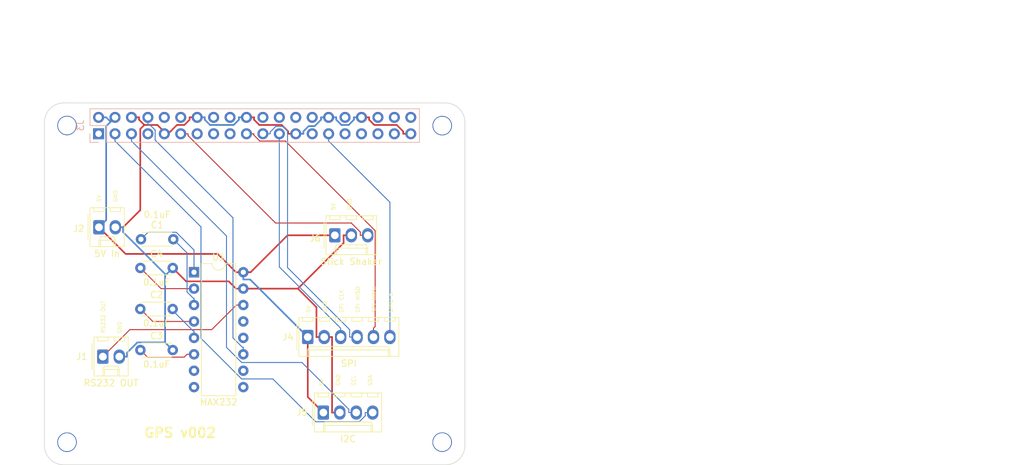
<source format=kicad_pcb>
(kicad_pcb (version 20211014) (generator pcbnew)
  (layers (0 "F.Cu" signal) (31 "B.Cu" signal) (34 "B.Paste" user) (35 "F.Paste" user) (36 "B.SilkS" user "B.Silkscreen") (37 "F.SilkS" user "F.Silkscreen") (38 "B.Mask" user) (39 "F.Mask" user) (44 "Edge.Cuts" user))
  (net 0 "")
  (net 1 "GND")
  (net 2 "/ID_SD_EEPROM")
  (net 3 "/ID_SC_EEPROM")
  (net 4 "/P3V3_HAT")
  (net 5 "/P5V_HAT")
  (net 6 "Net-(C1-Pad2)")
  (net 7 "Net-(C1-Pad1)")
  (net 8 "Net-(C2-Pad2)")
  (net 9 "Net-(C2-Pad1)")
  (net 10 "/SDA1")
  (net 11 "/SCL1")
  (net 14 "/GPIO_GEN0")
  (net 21 "/SPI_MOSI")
  (net 22 "/SPI_MISO")
  (net 24 "/SPI_CLK")
  (net 27 "/GPIO5")
  (net 38 "Net-(C3-Pad1)")
  (net 42 "Net-(C4-Pad1)")
  (net 44 "Net-(J1-Pad1)")
  (net 45 "/SERIAL_TX")
  (footprint "project_footprints:NPTH_3mm_ID" (layer "F.Cu") (at 82.04 64.31)
    (fp_text reference "H1" (at 0.06 0.09) (layer "F.SilkS"))
    (fp_text value "3mm_Mounting_Hole" hide)
    (pad "" np_thru_hole circle locked (at 0 0) (size 3 3) (drill 2.75) (layers *.Cu *.Mask) (clearance 1.6))
  )
  (footprint "project_footprints:NPTH_3mm_ID" (layer "F.Cu") (at 140.04 64.33)
    (fp_text reference "H2" (at 0.06 0.09) (layer "F.SilkS"))
    (fp_text value "3mm_Mounting_Hole" hide)
    (pad "" np_thru_hole circle locked (at 0 0) (size 3 3) (drill 2.75) (layers *.Cu *.Mask) (clearance 1.6))
  )
  (footprint "project_footprints:NPTH_3mm_ID" (layer "F.Cu") (at 82.04 113.32)
    (fp_text reference "H3" (at 0.06 0.09) (layer "F.SilkS"))
    (fp_text value "3mm_Mounting_Hole" hide)
    (pad "" np_thru_hole circle locked (at 0 0) (size 3 3) (drill 2.75) (layers *.Cu *.Mask) (clearance 1.6))
  )
  (footprint "project_footprints:NPTH_3mm_ID" (layer "F.Cu") (at 140.03 113.31)
    (fp_text reference "H4" (at 0.06 0.09) (layer "F.SilkS"))
    (fp_text value "3mm_Mounting_Hole" hide)
    (pad "" np_thru_hole circle locked (at 0 0) (size 3 3) (drill 2.75) (layers *.Cu *.Mask) (clearance 1.6))
  )
  (footprint "Capacitor_THT:C_Disc_D4.3mm_W1.9mm_P5.00mm" (layer "F.Cu") (at 93.472 81.915)
    (fp_text reference "C1" (at 2.5 -2.2) (layer "F.SilkS"))
    (fp_text value "0.1uF" (at 2.5 -3.81) (layer "F.SilkS"))
    (fp_line (start 0.23 1.055) (end 0.23 1.07) (layer "F.SilkS") (width 0.12))
    (fp_line (start 4.77 -1.07) (end 4.77 -1.055) (layer "F.SilkS") (width 0.12))
    (fp_line (start 0.23 -1.07) (end 4.77 -1.07) (layer "F.SilkS") (width 0.12))
    (fp_line (start 4.77 1.055) (end 4.77 1.07) (layer "F.SilkS") (width 0.12))
    (fp_line (start 0.23 -1.07) (end 0.23 -1.055) (layer "F.SilkS") (width 0.12))
    (fp_line (start 0.23 1.07) (end 4.77 1.07) (layer "F.SilkS") (width 0.12))
    (pad "1" thru_hole circle locked (at 0 0) (size 1.6 1.6) (drill 0.8) (layers *.Cu *.Mask) (net 7 "Net-(C1-Pad1)"))
    (pad "2" thru_hole circle locked (at 5 0) (size 1.6 1.6) (drill 0.8) (layers *.Cu *.Mask) (net 6 "Net-(C1-Pad2)"))
  )
  (footprint "Package_DIP:DIP-16_W7.62mm" (layer "F.Cu") (at 101.671 87.0148)
    (fp_text reference "U1" (at 3.81 -2.33) (layer "F.SilkS"))
    (fp_text value "MAX232" (at 3.81 20.11) (layer "F.SilkS"))
    (fp_line (start 6.46 -1.33) (end 4.81 -1.33) (layer "F.SilkS") (width 0.12))
    (fp_line (start 6.46 19.11) (end 6.46 -1.33) (layer "F.SilkS") (width 0.12))
    (fp_line (start 1.16 -1.33) (end 1.16 19.11) (layer "F.SilkS") (width 0.12))
    (fp_line (start 1.16 19.11) (end 6.46 19.11) (layer "F.SilkS") (width 0.12))
    (fp_line (start 2.81 -1.33) (end 1.16 -1.33) (layer "F.SilkS") (width 0.12))
    (fp_arc (start 4.81 -1.33) (mid 3.81 -0.33) (end 2.81 -1.33) (layer "F.SilkS") (width 0.12))
    (pad "1" thru_hole rect locked (at 0 0) (size 1.6 1.6) (drill 0.8) (layers *.Cu *.Mask) (net 7 "Net-(C1-Pad1)"))
    (pad "2" thru_hole oval locked (at 0 2.54) (size 1.6 1.6) (drill 0.8) (layers *.Cu *.Mask) (net 42 "Net-(C4-Pad1)"))
    (pad "3" thru_hole oval locked (at 0 5.08) (size 1.6 1.6) (drill 0.8) (layers *.Cu *.Mask) (net 6 "Net-(C1-Pad2)"))
    (pad "4" thru_hole oval locked (at 0 7.62) (size 1.6 1.6) (drill 0.8) (layers *.Cu *.Mask) (net 9 "Net-(C2-Pad1)"))
    (pad "5" thru_hole oval locked (at 0 10.16) (size 1.6 1.6) (drill 0.8) (layers *.Cu *.Mask) (net 8 "Net-(C2-Pad2)"))
    (pad "6" thru_hole oval locked (at 0 12.7) (size 1.6 1.6) (drill 0.8) (layers *.Cu *.Mask) (net 38 "Net-(C3-Pad1)"))
    (pad "7" thru_hole oval locked (at 0 15.24) (size 1.6 1.6) (drill 0.8) (layers *.Cu *.Mask))
    (pad "8" thru_hole oval locked (at 0 17.78) (size 1.6 1.6) (drill 0.8) (layers *.Cu *.Mask))
    (pad "9" thru_hole oval locked (at 7.62 17.78) (size 1.6 1.6) (drill 0.8) (layers *.Cu *.Mask))
    (pad "10" thru_hole oval locked (at 7.62 15.24) (size 1.6 1.6) (drill 0.8) (layers *.Cu *.Mask))
    (pad "11" thru_hole oval locked (at 7.62 12.7) (size 1.6 1.6) (drill 0.8) (layers *.Cu *.Mask) (net 45 "/SERIAL_TX"))
    (pad "12" thru_hole oval locked (at 7.62 10.16) (size 1.6 1.6) (drill 0.8) (layers *.Cu *.Mask))
    (pad "13" thru_hole oval locked (at 7.62 7.62) (size 1.6 1.6) (drill 0.8) (layers *.Cu *.Mask))
    (pad "14" thru_hole oval locked (at 7.62 5.08) (size 1.6 1.6) (drill 0.8) (layers *.Cu *.Mask) (net 44 "Net-(J1-Pad1)"))
    (pad "15" thru_hole oval locked (at 7.62 2.54) (size 1.6 1.6) (drill 0.8) (layers *.Cu *.Mask) (net 1 "GND"))
    (pad "16" thru_hole oval locked (at 7.62 0) (size 1.6 1.6) (drill 0.8) (layers *.Cu *.Mask) (net 5 "/P5V_HAT"))
  )
  (footprint "PT_Library_v001:Molex_1x02_P2.54mm_Vertical" (layer "F.Cu") (at 87.5792 100.076)
    (fp_text reference "J1" (at -3.2512 0) (layer "F.SilkS"))
    (fp_text value "RS232 OUT" (at 1.27 4.08) (layer "F.SilkS"))
    (fp_line (start -1.67 -2) (end -1.67 2) (layer "F.SilkS") (width 0.12))
    (fp_line (start 0.8 -2.43) (end 0.8 -3.03) (layer "F.SilkS") (width 0.12))
    (fp_line (start 1.74 -2.43) (end 3.34 -2.43) (layer "F.SilkS") (width 0.12))
    (fp_line (start 1.74 -3.03) (end 1.74 -2.43) (layer "F.SilkS") (width 0.12))
    (fp_line (start 3.92 2.99) (end 3.92 -3.03) (layer "F.SilkS") (width 0.12))
    (fp_line (start 0.25 1.46) (end 2.29 1.46) (layer "F.SilkS") (width 0.12))
    (fp_line (start 0.25 2.99) (end 0.25 1.99) (layer "F.SilkS") (width 0.12))
    (fp_line (start -0.8 -3.03) (end -0.8 -2.43) (layer "F.SilkS") (width 0.12))
    (fp_line (start -1.38 -3.03) (end -1.38 2.99) (layer "F.SilkS") (width 0.12))
    (fp_line (start 2.29 2.99) (end 2.29 1.99) (layer "F.SilkS") (width 0.12))
    (fp_line (start 2.29 1.46) (end 2.54 1.99) (layer "F.SilkS") (width 0.12))
    (fp_line (start 0 2.99) (end 0 1.99) (layer "F.SilkS") (width 0.12))
    (fp_line (start 2.54 1.99) (end 2.54 2.99) (layer "F.SilkS") (width 0.12))
    (fp_line (start 3.92 -3.03) (end -1.38 -3.03) (layer "F.SilkS") (width 0.12))
    (fp_line (start -1.38 2.99) (end 3.92 2.99) (layer "F.SilkS") (width 0.12))
    (fp_line (start 0 1.99) (end 2.54 1.99) (layer "F.SilkS") (width 0.12))
    (fp_line (start 3.34 -2.43) (end 3.34 -3.03) (layer "F.SilkS") (width 0.12))
    (fp_line (start 0 1.99) (end 0.25 1.46) (layer "F.SilkS") (width 0.12))
    (fp_line (start -0.8 -2.43) (end 0.8 -2.43) (layer "F.SilkS") (width 0.12))
    (pad "1" thru_hole roundrect locked (at 0 0) (size 1.74 2.2) (drill 1.2) (layers *.Cu *.Mask) (roundrect_rratio 0.1436781609) (net 44 "Net-(J1-Pad1)"))
    (pad "2" thru_hole oval locked (at 2.54 0) (size 1.74 2.2) (drill 1.2) (layers *.Cu *.Mask) (net 1 "GND"))
  )
  (footprint "PT_Library_v001:Molex_1x02_P2.54mm_Vertical" (layer "F.Cu") (at 86.9696 80.0608)
    (fp_text reference "J2" (at -3.1496 0.2032) (layer "F.SilkS"))
    (fp_text value "5V In" (at 1.27 4.08) (layer "F.SilkS"))
    (fp_line (start 0.25 1.46) (end 2.29 1.46) (layer "F.SilkS") (width 0.12))
    (fp_line (start 3.92 2.99) (end 3.92 -3.03) (layer "F.SilkS") (width 0.12))
    (fp_line (start 2.29 1.46) (end 2.54 1.99) (layer "F.SilkS") (width 0.12))
    (fp_line (start 0 1.99) (end 2.54 1.99) (layer "F.SilkS") (width 0.12))
    (fp_line (start 1.74 -2.43) (end 3.34 -2.43) (layer "F.SilkS") (width 0.12))
    (fp_line (start -1.38 2.99) (end 3.92 2.99) (layer "F.SilkS") (width 0.12))
    (fp_line (start -0.8 -2.43) (end 0.8 -2.43) (layer "F.SilkS") (width 0.12))
    (fp_line (start 0 2.99) (end 0 1.99) (layer "F.SilkS") (width 0.12))
    (fp_line (start -1.38 -3.03) (end -1.38 2.99) (layer "F.SilkS") (width 0.12))
    (fp_line (start -0.8 -3.03) (end -0.8 -2.43) (layer "F.SilkS") (width 0.12))
    (fp_line (start 1.74 -3.03) (end 1.74 -2.43) (layer "F.SilkS") (width 0.12))
    (fp_line (start 2.29 2.99) (end 2.29 1.99) (layer "F.SilkS") (width 0.12))
    (fp_line (start 3.92 -3.03) (end -1.38 -3.03) (layer "F.SilkS") (width 0.12))
    (fp_line (start 0.25 2.99) (end 0.25 1.99) (layer "F.SilkS") (width 0.12))
    (fp_line (start 0 1.99) (end 0.25 1.46) (layer "F.SilkS") (width 0.12))
    (fp_line (start 0.8 -2.43) (end 0.8 -3.03) (layer "F.SilkS") (width 0.12))
    (fp_line (start 2.54 1.99) (end 2.54 2.99) (layer "F.SilkS") (width 0.12))
    (fp_line (start -1.67 -2) (end -1.67 2) (layer "F.SilkS") (width 0.12))
    (fp_line (start 3.34 -2.43) (end 3.34 -3.03) (layer "F.SilkS") (width 0.12))
    (pad "1" thru_hole roundrect locked (at 0 0) (size 1.74 2.2) (drill 1.2) (layers *.Cu *.Mask) (roundrect_rratio 0.1436781609) (net 5 "/P5V_HAT"))
    (pad "2" thru_hole oval locked (at 2.54 0) (size 1.74 2.2) (drill 1.2) (layers *.Cu *.Mask) (net 1 "GND"))
  )
  (footprint "Capacitor_THT:C_Disc_D4.3mm_W1.9mm_P5.00mm" (layer "F.Cu") (at 93.3704 92.71)
    (fp_text reference "C2" (at 2.5 -2.2) (layer "F.SilkS"))
    (fp_text value "0.1uF" (at 2.5 2.2) (layer "F.SilkS"))
    (fp_line (start 0.23 1.055) (end 0.23 1.07) (layer "F.SilkS") (width 0.12))
    (fp_line (start 0.23 -1.07) (end 0.23 -1.055) (layer "F.SilkS") (width 0.12))
    (fp_line (start 0.23 1.07) (end 4.77 1.07) (layer "F.SilkS") (width 0.12))
    (fp_line (start 0.23 -1.07) (end 4.77 -1.07) (layer "F.SilkS") (width 0.12))
    (fp_line (start 4.77 1.055) (end 4.77 1.07) (layer "F.SilkS") (width 0.12))
    (fp_line (start 4.77 -1.07) (end 4.77 -1.055) (layer "F.SilkS") (width 0.12))
    (pad "1" thru_hole circle locked (at 0 0) (size 1.6 1.6) (drill 0.8) (layers *.Cu *.Mask) (net 9 "Net-(C2-Pad1)"))
    (pad "2" thru_hole circle locked (at 5 0) (size 1.6 1.6) (drill 0.8) (layers *.Cu *.Mask) (net 8 "Net-(C2-Pad2)"))
  )
  (footprint "Connector_Molex:Molex_KK-254_AE-6410-04A_1x04_P2.54mm_Vertical" (layer "F.Cu") (at 121.666 108.732)
    (fp_text reference "J5" (at -3.302 -0.02) (layer "F.SilkS"))
    (fp_text value "I2C" (at 3.81 4.08) (layer "F.SilkS"))
    (fp_line (start -0.8 -2.43) (end 0.8 -2.43) (layer "F.SilkS") (width 0.12))
    (fp_line (start 7.37 2.99) (end 7.37 1.99) (layer "F.SilkS") (width 0.12))
    (fp_line (start 6.82 -2.43) (end 8.42 -2.43) (layer "F.SilkS") (width 0.12))
    (fp_line (start 0.8 -2.43) (end 0.8 -3.03) (layer "F.SilkS") (width 0.12))
    (fp_line (start 5.88 -2.43) (end 5.88 -3.03) (layer "F.SilkS") (width 0.12))
    (fp_line (start 0 1.99) (end 7.62 1.99) (layer "F.SilkS") (width 0.12))
    (fp_line (start 1.74 -3.03) (end 1.74 -2.43) (layer "F.SilkS") (width 0.12))
    (fp_line (start 0 2.99) (end 0 1.99) (layer "F.SilkS") (width 0.12))
    (fp_line (start 9 2.99) (end 9 -3.03) (layer "F.SilkS") (width 0.12))
    (fp_line (start 0.25 2.99) (end 0.25 1.99) (layer "F.SilkS") (width 0.12))
    (fp_line (start 0.25 1.46) (end 7.37 1.46) (layer "F.SilkS") (width 0.12))
    (fp_line (start 4.28 -2.43) (end 5.88 -2.43) (layer "F.SilkS") (width 0.12))
    (fp_line (start 4.28 -3.03) (end 4.28 -2.43) (layer "F.SilkS") (width 0.12))
    (fp_line (start -1.38 2.99) (end 9 2.99) (layer "F.SilkS") (width 0.12))
    (fp_line (start 6.82 -3.03) (end 6.82 -2.43) (layer "F.SilkS") (width 0.12))
    (fp_line (start -1.38 -3.03) (end -1.38 2.99) (layer "F.SilkS") (width 0.12))
    (fp_line (start 8.42 -2.43) (end 8.42 -3.03) (layer "F.SilkS") (width 0.12))
    (fp_line (start 3.34 -2.43) (end 3.34 -3.03) (layer "F.SilkS") (width 0.12))
    (fp_line (start 0 1.99) (end 0.25 1.46) (layer "F.SilkS") (width 0.12))
    (fp_line (start -0.8 -3.03) (end -0.8 -2.43) (layer "F.SilkS") (width 0.12))
    (fp_line (start 1.74 -2.43) (end 3.34 -2.43) (layer "F.SilkS") (width 0.12))
    (fp_line (start 7.62 1.99) (end 7.62 2.99) (layer "F.SilkS") (width 0.12))
    (fp_line (start 7.37 1.46) (end 7.62 1.99) (layer "F.SilkS") (width 0.12))
    (fp_line (start 9 -3.03) (end -1.38 -3.03) (layer "F.SilkS") (width 0.12))
    (fp_line (start -1.67 -2) (end -1.67 2) (layer "F.SilkS") (width 0.12))
    (pad "1" thru_hole roundrect (at 0 0) (size 1.74 2.19) (drill 1.19) (layers *.Cu *.Mask) (roundrect_rratio 0.1436781609) (net 5 "/P5V_HAT"))
    (pad "2" thru_hole oval (at 2.54 0) (size 1.74 2.19) (drill 1.19) (layers *.Cu *.Mask) (net 1 "GND"))
    (pad "3" thru_hole oval (at 5.08 0) (size 1.74 2.19) (drill 1.19) (layers *.Cu *.Mask) (net 11 "/SCL1"))
    (pad "4" thru_hole oval (at 7.62 0) (size 1.74 2.19) (drill 1.19) (layers *.Cu *.Mask) (net 10 "/SDA1"))
  )
  (footprint "Connector_Molex:Molex_KK-254_AE-6410-03A_1x03_P2.54mm_Vertical" (layer "F.Cu") (at 123.444 81.3)
    (fp_text reference "J6" (at -3.048 0.488) (layer "F.SilkS"))
    (fp_text value "Stick Shaker" (at 2.54 4.08) (layer "F.SilkS"))
    (fp_line (start 4.28 -2.43) (end 5.88 -2.43) (layer "F.SilkS") (width 0.12))
    (fp_line (start 0 1.99) (end 5.08 1.99) (layer "F.SilkS") (width 0.12))
    (fp_line (start 6.46 2.99) (end 6.46 -3.03) (layer "F.SilkS") (width 0.12))
    (fp_line (start 4.83 2.99) (end 4.83 1.99) (layer "F.SilkS") (width 0.12))
    (fp_line (start -1.38 -3.03) (end -1.38 2.99) (layer "F.SilkS") (width 0.12))
    (fp_line (start 0.25 2.99) (end 0.25 1.99) (layer "F.SilkS") (width 0.12))
    (fp_line (start 0.25 1.46) (end 4.83 1.46) (layer "F.SilkS") (width 0.12))
    (fp_line (start 1.74 -3.03) (end 1.74 -2.43) (layer "F.SilkS") (width 0.12))
    (fp_line (start 6.46 -3.03) (end -1.38 -3.03) (layer "F.SilkS") (width 0.12))
    (fp_line (start 0.8 -2.43) (end 0.8 -3.03) (layer "F.SilkS") (width 0.12))
    (fp_line (start -0.8 -2.43) (end 0.8 -2.43) (layer "F.SilkS") (width 0.12))
    (fp_line (start 3.34 -2.43) (end 3.34 -3.03) (layer "F.SilkS") (width 0.12))
    (fp_line (start 5.08 1.99) (end 5.08 2.99) (layer "F.SilkS") (width 0.12))
    (fp_line (start 0 2.99) (end 0 1.99) (layer "F.SilkS") (width 0.12))
    (fp_line (start -1.67 -2) (end -1.67 2) (layer "F.SilkS") (width 0.12))
    (fp_line (start 4.83 1.46) (end 5.08 1.99) (layer "F.SilkS") (width 0.12))
    (fp_line (start 4.28 -3.03) (end 4.28 -2.43) (layer "F.SilkS") (width 0.12))
    (fp_line (start 0 1.99) (end 0.25 1.46) (layer "F.SilkS") (width 0.12))
    (fp_line (start -1.38 2.99) (end 6.46 2.99) (layer "F.SilkS") (width 0.12))
    (fp_line (start -0.8 -3.03) (end -0.8 -2.43) (layer "F.SilkS") (width 0.12))
    (fp_line (start 1.74 -2.43) (end 3.34 -2.43) (layer "F.SilkS") (width 0.12))
    (fp_line (start 5.88 -2.43) (end 5.88 -3.03) (layer "F.SilkS") (width 0.12))
    (pad "1" thru_hole roundrect (at 0 0) (size 1.74 2.19) (drill 1.19) (layers *.Cu *.Mask) (roundrect_rratio 0.1436781609) (net 5 "/P5V_HAT"))
    (pad "2" thru_hole oval (at 2.54 0) (size 1.74 2.19) (drill 1.19) (layers *.Cu *.Mask) (net 1 "GND"))
    (pad "3" thru_hole oval (at 5.08 0) (size 1.74 2.19) (drill 1.19) (layers *.Cu *.Mask) (net 14 "/GPIO_GEN0"))
  )
  (footprint "Capacitor_THT:C_Disc_D4.3mm_W1.9mm_P5.00mm" (layer "F.Cu") (at 93.385 86.36)
    (fp_text reference "C4" (at 2.5 -2.2) (layer "F.SilkS"))
    (fp_text value "0.1uF" (at 2.5 2.2) (layer "F.SilkS"))
    (fp_line (start 4.77 1.055) (end 4.77 1.07) (layer "F.SilkS") (width 0.12))
    (fp_line (start 0.23 -1.07) (end 4.77 -1.07) (layer "F.SilkS") (width 0.12))
    (fp_line (start 0.23 1.07) (end 4.77 1.07) (layer "F.SilkS") (width 0.12))
    (fp_line (start 0.23 1.055) (end 0.23 1.07) (layer "F.SilkS") (width 0.12))
    (fp_line (start 4.77 -1.07) (end 4.77 -1.055) (layer "F.SilkS") (width 0.12))
    (fp_line (start 0.23 -1.07) (end 0.23 -1.055) (layer "F.SilkS") (width 0.12))
    (pad "1" thru_hole circle (at 0 0) (size 1.6 1.6) (drill 0.8) (layers *.Cu *.Mask) (net 42 "Net-(C4-Pad1)"))
    (pad "2" thru_hole circle (at 5 0) (size 1.6 1.6) (drill 0.8) (layers *.Cu *.Mask) (net 1 "GND"))
  )
  (footprint "Capacitor_THT:C_Disc_D4.3mm_W1.9mm_P5.00mm" (layer "F.Cu") (at 93.385 99.06)
    (fp_text reference "C3" (at 2.5 -2.2) (layer "F.SilkS"))
    (fp_text value "0.1uF" (at 2.5 2.2) (layer "F.SilkS"))
    (fp_line (start 0.23 1.07) (end 4.77 1.07) (layer "F.SilkS") (width 0.12))
    (fp_line (start 4.77 -1.07) (end 4.77 -1.055) (layer "F.SilkS") (width 0.12))
    (fp_line (start 0.23 -1.07) (end 0.23 -1.055) (layer "F.SilkS") (width 0.12))
    (fp_line (start 0.23 -1.07) (end 4.77 -1.07) (layer "F.SilkS") (width 0.12))
    (fp_line (start 4.77 1.055) (end 4.77 1.07) (layer "F.SilkS") (width 0.12))
    (fp_line (start 0.23 1.055) (end 0.23 1.07) (layer "F.SilkS") (width 0.12))
    (pad "1" thru_hole circle (at 0 0) (size 1.6 1.6) (drill 0.8) (layers *.Cu *.Mask) (net 38 "Net-(C3-Pad1)"))
    (pad "2" thru_hole circle (at 5 0) (size 1.6 1.6) (drill 0.8) (layers *.Cu *.Mask) (net 1 "GND"))
  )
  (footprint "Connector_Molex:Molex_KK-254_AE-6410-06A_1x06_P2.54mm_Vertical" (layer "F.Cu") (at 119.253 97.048)
    (fp_text reference "J4" (at -3.048 0) (layer "F.SilkS"))
    (fp_text value "SPI" (at 6.35 4.08) (layer "F.SilkS"))
    (fp_line (start 8.42 -2.43) (end 8.42 -3.03) (layer "F.SilkS") (width 0.12))
    (fp_line (start 1.74 -3.03) (end 1.74 -2.43) (layer "F.SilkS") (width 0.12))
    (fp_line (start 10.96 -2.43) (end 10.96 -3.03) (layer "F.SilkS") (width 0.12))
    (fp_line (start 4.28 -3.03) (end 4.28 -2.43) (layer "F.SilkS") (width 0.12))
    (fp_line (start 0.25 2.99) (end 0.25 1.99) (layer "F.SilkS") (width 0.12))
    (fp_line (start 12.45 1.46) (end 12.7 1.99) (layer "F.SilkS") (width 0.12))
    (fp_line (start 6.82 -3.03) (end 6.82 -2.43) (layer "F.SilkS") (width 0.12))
    (fp_line (start 14.08 -3.03) (end -1.38 -3.03) (layer "F.SilkS") (width 0.12))
    (fp_line (start 6.82 -2.43) (end 8.42 -2.43) (layer "F.SilkS") (width 0.12))
    (fp_line (start 0 1.99) (end 0.25 1.46) (layer "F.SilkS") (width 0.12))
    (fp_line (start 0 2.99) (end 0 1.99) (layer "F.SilkS") (width 0.12))
    (fp_line (start -0.8 -2.43) (end 0.8 -2.43) (layer "F.SilkS") (width 0.12))
    (fp_line (start 0 1.99) (end 12.7 1.99) (layer "F.SilkS") (width 0.12))
    (fp_line (start -0.8 -3.03) (end -0.8 -2.43) (layer "F.SilkS") (width 0.12))
    (fp_line (start 12.45 2.99) (end 12.45 1.99) (layer "F.SilkS") (width 0.12))
    (fp_line (start 11.9 -2.43) (end 13.5 -2.43) (layer "F.SilkS") (width 0.12))
    (fp_line (start 9.36 -2.43) (end 10.96 -2.43) (layer "F.SilkS") (width 0.12))
    (fp_line (start 0.25 1.46) (end 12.45 1.46) (layer "F.SilkS") (width 0.12))
    (fp_line (start 11.9 -3.03) (end 11.9 -2.43) (layer "F.SilkS") (width 0.12))
    (fp_line (start -1.38 -3.03) (end -1.38 2.99) (layer "F.SilkS") (width 0.12))
    (fp_line (start 9.36 -3.03) (end 9.36 -2.43) (layer "F.SilkS") (width 0.12))
    (fp_line (start 13.5 -2.43) (end 13.5 -3.03) (layer "F.SilkS") (width 0.12))
    (fp_line (start 12.7 1.99) (end 12.7 2.99) (layer "F.SilkS") (width 0.12))
    (fp_line (start 1.74 -2.43) (end 3.34 -2.43) (layer "F.SilkS") (width 0.12))
    (fp_line (start 3.34 -2.43) (end 3.34 -3.03) (layer "F.SilkS") (width 0.12))
    (fp_line (start -1.67 -2) (end -1.67 2) (layer "F.SilkS") (width 0.12))
    (fp_line (start -1.38 2.99) (end 14.08 2.99) (layer "F.SilkS") (width 0.12))
    (fp_line (start 4.28 -2.43) (end 5.88 -2.43) (layer "F.SilkS") (width 0.12))
    (fp_line (start 5.88 -2.43) (end 5.88 -3.03) (layer "F.SilkS") (width 0.12))
    (fp_line (start 0.8 -2.43) (end 0.8 -3.03) (layer "F.SilkS") (width 0.12))
    (fp_line (start 14.08 2.99) (end 14.08 -3.03) (layer "F.SilkS") (width 0.12))
    (pad "1" thru_hole roundrect (at 0 0) (size 1.74 2.19) (drill 1.19) (layers *.Cu *.Mask) (roundrect_rratio 0.1436781609) (net 5 "/P5V_HAT"))
    (pad "2" thru_hole oval (at 2.54 0) (size 1.74 2.19) (drill 1.19) (layers *.Cu *.Mask) (net 1 "GND"))
    (pad "3" thru_hole oval (at 5.08 0) (size 1.74 2.19) (drill 1.19) (layers *.Cu *.Mask) (net 24 "/SPI_CLK"))
    (pad "4" thru_hole oval (at 7.62 0) (size 1.74 2.19) (drill 1.19) (layers *.Cu *.Mask) (net 22 "/SPI_MISO"))
    (pad "5" thru_hole oval (at 10.16 0) (size 1.74 2.19) (drill 1.19) (layers *.Cu *.Mask) (net 21 "/SPI_MOSI"))
    (pad "6" thru_hole oval (at 12.7 0) (size 1.74 2.19) (drill 1.19) (layers *.Cu *.Mask) (net 27 "/GPIO5"))
  )
  (footprint "Connector_PinSocket_2.54mm:PinSocket_2x20_P2.54mm_Vertical" (layer "B.Cu") (at 86.92 65.59 -90)
    (fp_text reference "J3" (at -1.27 2.77 -90) (layer "B.SilkS") (effects (justify mirror)))
    (fp_text value "40HAT")
    (fp_line (start -1.27 1.33) (end -1.27 -1.27) (layer "B.SilkS") (width 0.12))
    (fp_line (start -3.87 1.33) (end -1.27 1.33) (layer "B.SilkS") (width 0.12))
    (fp_line (start -1.27 -1.27) (end 1.33 -1.27) (layer "B.SilkS") (width 0.12))
    (fp_line (start 1.33 -1.27) (end 1.33 -49.59) (layer "B.SilkS") (width 0.12))
    (fp_line (start -3.87 1.33) (end -3.87 -49.59) (layer "B.SilkS") (width 0.12))
    (fp_line (start 1.33 1.33) (end 1.33 0) (layer "B.SilkS") (width 0.12))
    (fp_line (start 0 1.33) (end 1.33 1.33) (layer "B.SilkS") (width 0.12))
    (fp_line (start -3.87 -49.59) (end 1.33 -49.59) (layer "B.SilkS") (width 0.12))
    (pad "1" thru_hole rect locked (at 0 0 270) (size 1.7 1.7) (drill 1) (layers *.Cu *.Mask) (net 4 "/P3V3_HAT"))
    (pad "2" thru_hole oval locked (at -2.54 0 270) (size 1.7 1.7) (drill 1) (layers *.Cu *.Mask) (net 5 "/P5V_HAT"))
    (pad "3" thru_hole oval locked (at 0 -2.54 270) (size 1.7 1.7) (drill 1) (layers *.Cu *.Mask) (net 10 "/SDA1"))
    (pad "4" thru_hole oval locked (at -2.54 -2.54 270) (size 1.7 1.7) (drill 1) (layers *.Cu *.Mask) (net 5 "/P5V_HAT"))
    (pad "5" thru_hole oval locked (at 0 -5.08 270) (size 1.7 1.7) (drill 1) (layers *.Cu *.Mask) (net 11 "/SCL1"))
    (pad "6" thru_hole oval locked (at -2.54 -5.08 270) (size 1.7 1.7) (drill 1) (layers *.Cu *.Mask) (net 1 "GND"))
    (pad "7" thru_hole oval locked (at 0 -7.62 270) (size 1.7 1.7) (drill 1) (layers *.Cu *.Mask))
    (pad "8" thru_hole oval locked (at -2.54 -7.62 270) (size 1.7 1.7) (drill 1) (layers *.Cu *.Mask) (net 45 "/SERIAL_TX"))
    (pad "9" thru_hole oval locked (at 0 -10.16 270) (size 1.7 1.7) (drill 1) (layers *.Cu *.Mask) (net 1 "GND"))
    (pad "10" thru_hole oval locked (at -2.54 -10.16 270) (size 1.7 1.7) (drill 1) (layers *.Cu *.Mask))
    (pad "11" thru_hole oval locked (at 0 -12.7 270) (size 1.7 1.7) (drill 1) (layers *.Cu *.Mask) (net 14 "/GPIO_GEN0"))
    (pad "12" thru_hole oval locked (at -2.54 -12.7 270) (size 1.7 1.7) (drill 1) (layers *.Cu *.Mask))
    (pad "13" thru_hole oval locked (at 0 -15.24 270) (size 1.7 1.7) (drill 1) (layers *.Cu *.Mask))
    (pad "14" thru_hole oval locked (at -2.54 -15.24 270) (size 1.7 1.7) (drill 1) (layers *.Cu *.Mask) (net 1 "GND"))
    (pad "15" thru_hole oval locked (at 0 -17.78 270) (size 1.7 1.7) (drill 1) (layers *.Cu *.Mask))
    (pad "16" thru_hole oval locked (at -2.54 -17.78 270) (size 1.7 1.7) (drill 1) (layers *.Cu *.Mask))
    (pad "17" thru_hole oval locked (at 0 -20.32 270) (size 1.7 1.7) (drill 1) (layers *.Cu *.Mask))
    (pad "18" thru_hole oval locked (at -2.54 -20.32 270) (size 1.7 1.7) (drill 1) (layers *.Cu *.Mask))
    (pad "19" thru_hole oval locked (at 0 -22.86 270) (size 1.7 1.7) (drill 1) (layers *.Cu *.Mask) (net 21 "/SPI_MOSI"))
    (pad "20" thru_hole oval locked (at -2.54 -22.86 270) (size 1.7 1.7) (drill 1) (layers *.Cu *.Mask) (net 1 "GND"))
    (pad "21" thru_hole oval locked (at 0 -25.4 270) (size 1.7 1.7) (drill 1) (layers *.Cu *.Mask) (net 22 "/SPI_MISO"))
    (pad "22" thru_hole oval locked (at -2.54 -25.4 270) (size 1.7 1.7) (drill 1) (layers *.Cu *.Mask))
    (pad "23" thru_hole oval locked (at 0 -27.94 270) (size 1.7 1.7) (drill 1) (layers *.Cu *.Mask) (net 24 "/SPI_CLK"))
    (pad "24" thru_hole oval locked (at -2.54 -27.94 270) (size 1.7 1.7) (drill 1) (layers *.Cu *.Mask))
    (pad "25" thru_hole oval locked (at 0 -30.48 270) (size 1.7 1.7) (drill 1) (layers *.Cu *.Mask) (net 1 "GND"))
    (pad "26" thru_hole oval locked (at -2.54 -30.48 270) (size 1.7 1.7) (drill 1) (layers *.Cu *.Mask))
    (pad "27" thru_hole oval locked (at 0 -33.02 270) (size 1.7 1.7) (drill 1) (layers *.Cu *.Mask) (net 2 "/ID_SD_EEPROM"))
    (pad "28" thru_hole oval locked (at -2.54 -33.02 270) (size 1.7 1.7) (drill 1) (layers *.Cu *.Mask) (net 3 "/ID_SC_EEPROM"))
    (pad "29" thru_hole oval locked (at 0 -35.56 270) (size 1.7 1.7) (drill 1) (layers *.Cu *.Mask) (net 27 "/GPIO5"))
    (pad "30" thru_hole oval locked (at -2.54 -35.56 270) (size 1.7 1.7) (drill 1) (layers *.Cu *.Mask) (net 1 "GND"))
    (pad "31" thru_hole oval locked (at 0 -38.1 270) (size 1.7 1.7) (drill 1) (layers *.Cu *.Mask))
    (pad "32" thru_hole oval locked (at -2.54 -38.1 270) (size 1.7 1.7) (drill 1) (layers *.Cu *.Mask))
    (pad "33" thru_hole oval locked (at 0 -40.64 270) (size 1.7 1.7) (drill 1) (layers *.Cu *.Mask))
    (pad "34" thru_hole oval locked (at -2.54 -40.64 270) (size 1.7 1.7) (drill 1) (layers *.Cu *.Mask) (net 1 "GND"))
    (pad "35" thru_hole oval locked (at 0 -43.18 270) (size 1.7 1.7) (drill 1) (layers *.Cu *.Mask))
    (pad "36" thru_hole oval locked (at -2.54 -43.18 270) (size 1.7 1.7) (drill 1) (layers *.Cu *.Mask))
    (pad "37" thru_hole oval locked (at 0 -45.72 270) (size 1.7 1.7) (drill 1) (layers *.Cu *.Mask))
    (pad "38" thru_hole oval locked (at -2.54 -45.72 270) (size 1.7 1.7) (drill 1) (layers *.Cu *.Mask))
    (pad "39" thru_hole oval locked (at 0 -48.26 270) (size 1.7 1.7) (drill 1) (layers *.Cu *.Mask) (net 1 "GND"))
    (pad "40" thru_hole oval locked (at -2.54 -48.26 270) (size 1.7 1.7) (drill 1) (layers *.Cu *.Mask))
  )
  (gr_arc (start 143.546351 113.822847) (mid 142.665824 115.940781) (end 140.546356 116.817611) (layer "Edge.Cuts") (width 0.1))
  (gr_arc (start 81.546356 116.817611) (mid 79.425036 115.938931) (end 78.546356 113.817611) (layer "Edge.Cuts") (width 0.1))
  (gr_line (start 143.546351 113.822847) (end 143.546356 63.817611) (layer "Edge.Cuts") (width 0.1))
  (gr_line (start 81.546356 116.817611) (end 140.546356 116.817611) (layer "Edge.Cuts") (width 0.1))
  (gr_line (start 78.546356 63.817611) (end 78.546356 113.817611) (layer "Edge.Cuts") (width 0.1))
  (gr_line (start 140.546356 60.817611) (end 81.546356 60.817611) (layer "Edge.Cuts") (width 0.1))
  (gr_arc (start 140.546356 60.817611) (mid 142.667676 61.696291) (end 143.546356 63.817611) (layer "Edge.Cuts") (width 0.1))
  (gr_arc (start 78.546356 63.817611) (mid 79.425036 61.696291) (end 81.546356 60.817611) (layer "Edge.Cuts") (width 0.1))
  (gr_text "GPS v002" (at 99.5172 111.8616) (layer "F.SilkS") (effects (font (size 1.5 1.5) (thickness 0.3))))
  (gr_text "GND" (at 121.92 93.345 90) (layer "F.SilkS") (effects (font (size 0.6 0.6) (thickness 0.09)) (justify left)))
  (gr_text "GND" (at 123.952 104.648 90) (layer "F.SilkS") (effects (font (size 0.6 0.6) (thickness 0.09)) (justify left)))
  (gr_text "SPI CLK" (at 124.46 93.345 90) (layer "F.SilkS") (effects (font (size 0.6 0.6) (thickness 0.09)) (justify left)))
  (gr_text "SDA" (at 128.905 104.648 90) (layer "F.SilkS") (effects (font (size 0.6 0.6) (thickness 0.09)) (justify left)))
  (gr_text "GND" (at 90.17 96.52 90) (layer "F.SilkS") (effects (font (size 0.6 0.6) (thickness 0.09)) (justify left)))
  (gr_text "GND" (at 125.73 77.47 90) (layer "F.SilkS") (effects (font (size 0.6 0.6) (thickness 0.09)) (justify left)))
  (gr_text "SCL" (at 126.365 104.648 90) (layer "F.SilkS") (effects (font (size 0.6 0.6) (thickness 0.09)) (justify left)))
  (gr_text "5V" (at 123.19 77.47 90) (layer "F.SilkS") (effects (font (size 0.6 0.6) (thickness 0.09)) (justify left)))
  (gr_text "5V" (at 119.38 93.345 90) (layer "F.SilkS") (effects (font (size 0.6 0.6) (thickness 0.09)) (justify left)))
  (gr_text "5V" (at 121.412 104.648 90) (layer "F.SilkS") (effects (font (size 0.6 0.6) (thickness 0.09)) (justify left)))
  (gr_text "SPI MOSI" (at 129.54 93.345 90) (layer "F.SilkS") (effects (font (size 0.6 0.6) (thickness 0.09)) (justify left)))
  (gr_text "GND" (at 89.535 76.2 90) (layer "F.SilkS") (effects (font (size 0.6 0.6) (thickness 0.09)) (justify left)))
  (gr_text "GPIO 5" (at 132.08 93.345 90) (layer "F.SilkS") (effects (font (size 0.6 0.6) (thickness 0.09)) (justify left)))
  (gr_text "5V" (at 86.995 76.2 90) (layer "F.SilkS") (effects (font (size 0.6 0.6) (thickness 0.09)) (justify left)))
  (gr_text "SPI MISO" (at 127 93.345 90) (layer "F.SilkS") (effects (font (size 0.6 0.6) (thickness 0.09)) (justify left)))
  (gr_text "RS232 OUT" (at 87.63 96.52 90) (layer "F.SilkS") (effects (font (size 0.6 0.6) (thickness 0.09)) (justify left)))
  (segment (start 120.5977 97.048) (end 120.5977 92.4233) (width 0.25) (layer "F.Cu") (net 1))
  (segment (start 111.7632 64.2253) (end 110.9553 63.4174) (width 0.25) (layer "F.Cu") (net 1))
  (segment (start 100.9847 63.4174) (end 100.1768 64.2253) (width 0.25) (layer "F.Cu") (net 1))
  (segment (start 134.0047 65.2226) (end 133.0074 64.2253) (width 0.25) (layer "F.Cu") (net 1))
  (segment (start 129.5432 64.2253) (end 128.7353 63.4174) (width 0.25) (layer "F.Cu") (net 1))
  (segment (start 110.9553 63.4174) (end 110.9553 63.05) (width 0.25) (layer "F.Cu") (net 1))
  (segment (start 134.0047 65.59) (end 134.0047 65.2226) (width 0.25) (layer "F.Cu") (net 1))
  (segment (start 116.2247 65.59) (end 116.2247 65.2226) (width 0.25) (layer "F.Cu") (net 1))
  (segment (start 93.9832 64.2253) (end 93.1753 63.4174) (width 0.25) (layer "F.Cu") (net 1))
  (segment (start 97.08 65.59) (end 97.3739 65.59) (width 0.25) (layer "F.Cu") (net 1))
  (segment (start 89.5096 80.0608) (end 90.7049 80.0608) (width 0.25) (layer "F.Cu") (net 1))
  (segment (start 125.984 81.3) (end 124.7887 81.3) (width 0.25) (layer "F.Cu") (net 1))
  (segment (start 115.2274 64.2253) (end 111.7632 64.2253) (width 0.25) (layer "F.Cu") (net 1))
  (segment (start 93.3646 64.8439) (end 93.3646 77.4011) (width 0.25) (layer "F.Cu") (net 1))
  (segment (start 117.7292 89.5548) (end 109.291 89.5548) (width 0.25) (layer "F.Cu") (net 1))
  (segment (start 109.78 63.05) (end 110.9553 63.05) (width 0.25) (layer "F.Cu") (net 1))
  (segment (start 107.0404 88.4295) (end 108.1657 89.5548) (width 0.25) (layer "F.Cu") (net 1))
  (segment (start 109.291 89.5548) (end 108.1657 89.5548) (width 0.25) (layer "F.Cu") (net 1))
  (segment (start 128.7353 63.4174) (end 128.7353 63.05) (width 0.25) (layer "F.Cu") (net 1))
  (segment (start 93.1753 63.4174) (end 93.1753 63.05) (width 0.25) (layer "F.Cu") (net 1))
  (segment (start 127.56 63.05) (end 128.7353 63.05) (width 0.25) (layer "F.Cu") (net 1))
  (segment (start 121.793 97.048) (end 122.9883 97.048) (width 0.25) (layer "F.Cu") (net 1))
  (segment (start 123.0107 108.732) (end 123.0107 97.0704) (width 0.25) (layer "F.Cu") (net 1))
  (segment (start 133.0074 64.2253) (end 129.5432 64.2253) (width 0.25) (layer "F.Cu") (net 1))
  (segment (start 93.9832 64.2253) (end 93.3646 64.8439) (width 0.25) (layer "F.Cu") (net 1))
  (segment (start 98.385 86.36) (end 100.4545 88.4295) (width 0.25) (layer "F.Cu") (net 1))
  (segment (start 116.2247 65.2226) (end 115.2274 64.2253) (width 0.25) (layer "F.Cu") (net 1))
  (segment (start 120.5977 92.4233) (end 117.7292 89.5548) (width 0.25) (layer "F.Cu") (net 1))
  (segment (start 124.7887 81.3) (end 124.7887 82.4953) (width 0.25) (layer "F.Cu") (net 1))
  (segment (start 97.3739 65.59) (end 97.6677 65.59) (width 0.25) (layer "F.Cu") (net 1))
  (segment (start 96.0092 64.2253) (end 93.9832 64.2253) (width 0.25) (layer "F.Cu") (net 1))
  (segment (start 99.0324 64.2253) (end 97.6677 65.59) (width 0.25) (layer "F.Cu") (net 1))
  (segment (start 124.206 108.732) (end 123.0107 108.732) (width 0.25) (layer "F.Cu") (net 1))
  (segment (start 121.793 97.048) (end 120.5977 97.048) (width 0.25) (layer "F.Cu") (net 1))
  (segment (start 97.3739 65.59) (end 96.0092 64.2253) (width 0.25) (layer "F.Cu") (net 1))
  (segment (start 100.9847 63.05) (end 100.9847 63.4174) (width 0.25) (layer "F.Cu") (net 1))
  (segment (start 102.16 63.05) (end 100.9847 63.05) (width 0.25) (layer "F.Cu") (net 1))
  (segment (start 100.4545 88.4295) (end 107.0404 88.4295) (width 0.25) (layer "F.Cu") (net 1))
  (segment (start 135.18 65.59) (end 134.0047 65.59) (width 0.25) (layer "F.Cu") (net 1))
  (segment (start 123.0107 97.0704) (end 122.9883 97.048) (width 0.25) (layer "F.Cu") (net 1))
  (segment (start 117.4 65.59) (end 116.2247 65.59) (width 0.25) (layer "F.Cu") (net 1))
  (segment (start 92 63.05) (end 93.1753 63.05) (width 0.25) (layer "F.Cu") (net 1))
  (segment (start 100.1768 64.2253) (end 99.0324 64.2253) (width 0.25) (layer "F.Cu") (net 1))
  (segment (start 93.3646 77.4011) (end 90.7049 80.0608) (width 0.25) (layer "F.Cu") (net 1))
  (segment (start 124.7887 82.4953) (end 117.7292 89.5548) (width 0.25) (layer "F.Cu") (net 1))
  (segment (start 102.16 63.05) (end 103.3353 63.05) (width 0.25) (layer "B.Cu") (net 1))
  (segment (start 122.48 63.05) (end 123.6553 63.05) (width 0.25) (layer "B.Cu") (net 1))
  (segment (start 90.1192 100.076) (end 91.3145 100.076) (width 0.25) (layer "B.Cu") (net 1))
  (segment (start 97.3247 87.4203) (end 98.385 86.36) (width 0.25) (layer "B.Cu") (net 1))
  (segment (start 97.3247 87.4203) (end 90.7049 80.8005) (width 0.25) (layer "B.Cu") (net 1))
  (segment (start 120.3074 64.4147) (end 119.3832 64.4147) (width 0.25) (layer "B.Cu") (net 1))
  (segment (start 92.9164 97.8764) (end 91.3145 99.4783) (width 0.25) (layer "B.Cu") (net 1))
  (segment (start 119.3832 64.4147) (end 118.5753 65.2226) (width 0.25) (layer "B.Cu") (net 1))
  (segment (start 108.6047 63.05) (end 108.6047 63.4173) (width 0.25) (layer "B.Cu") (net 1))
  (segment (start 89.5096 80.0608) (end 90.7049 80.0608) (width 0.25) (layer "B.Cu") (net 1))
  (segment (start 103.3353 63.4174) (end 103.3353 63.05) (width 0.25) (layer "B.Cu") (net 1))
  (segment (start 108.6047 63.4173) (end 107.7967 64.2253) (width 0.25) (layer "B.Cu") (net 1))
  (segment (start 127.56 63.05) (end 126.3847 63.05) (width 0.25) (layer "B.Cu") (net 1))
  (segment (start 97.2014 97.8764) (end 92.9164 97.8764) (width 0.25) (layer "B.Cu") (net 1))
  (segment (start 124.4632 64.2253) (end 123.6553 63.4174) (width 0.25) (layer "B.Cu") (net 1))
  (segment (start 97.2014 97.8764) (end 97.2014 87.5436) (width 0.25) (layer "B.Cu") (net 1))
  (segment (start 126.3847 63.05) (end 126.3847 63.4173) (width 0.25) (layer "B.Cu") (net 1))
  (segment (start 125.5767 64.2253) (end 124.4632 64.2253) (width 0.25) (layer "B.Cu") (net 1))
  (segment (start 90.7049 80.8005) (end 90.7049 80.0608) (width 0.25) (layer "B.Cu") (net 1))
  (segment (start 98.385 99.06) (end 97.2014 97.8764) (width 0.25) (layer "B.Cu") (net 1))
  (segment (start 107.7967 64.2253) (end 104.1432 64.2253) (width 0.25) (layer "B.Cu") (net 1))
  (segment (start 121.3047 63.05) (end 121.3047 63.4174) (width 0.25) (layer "B.Cu") (net 1))
  (segment (start 122.48 63.05) (end 121.3047 63.05) (width 0.25) (layer "B.Cu") (net 1))
  (segment (start 97.2014 87.5436) (end 97.3247 87.4203) (width 0.25) (layer "B.Cu") (net 1))
  (segment (start 117.4 65.59) (end 118.5753 65.59) (width 0.25) (layer "B.Cu") (net 1))
  (segment (start 123.6553 63.4174) (end 123.6553 63.05) (width 0.25) (layer "B.Cu") (net 1))
  (segment (start 118.5753 65.2226) (end 118.5753 65.59) (width 0.25) (layer "B.Cu") (net 1))
  (segment (start 109.78 63.05) (end 108.6047 63.05) (width 0.25) (layer "B.Cu") (net 1))
  (segment (start 126.3847 63.4173) (end 125.5767 64.2253) (width 0.25) (layer "B.Cu") (net 1))
  (segment (start 121.3047 63.4174) (end 120.3074 64.4147) (width 0.25) (layer "B.Cu") (net 1))
  (segment (start 104.1432 64.2253) (end 103.3353 63.4174) (width 0.25) (layer "B.Cu") (net 1))
  (segment (start 91.3145 99.4783) (end 91.3145 100.076) (width 0.25) (layer "B.Cu") (net 1))
  (segment (start 119.253 97.048) (end 119.253 106.319) (width 0.25) (layer "F.Cu") (net 5))
  (segment (start 91.0898 84.181) (end 105.3319 84.181) (width 0.25) (layer "F.Cu") (net 5))
  (segment (start 123.444 81.3) (end 116.1311 81.3) (width 0.25) (layer "F.Cu") (net 5))
  (segment (start 105.3319 84.181) (end 108.1657 87.0148) (width 0.25) (layer "F.Cu") (net 5))
  (segment (start 116.1311 81.3) (end 110.4163 87.0148) (width 0.25) (layer "F.Cu") (net 5))
  (segment (start 119.253 106.319) (end 121.666 108.732) (width 0.25) (layer "F.Cu") (net 5))
  (segment (start 86.9696 80.0608) (end 91.0898 84.181) (width 0.25) (layer "F.Cu") (net 5))
  (segment (start 109.291 87.0148) (end 110.4163 87.0148) (width 0.25) (layer "F.Cu") (net 5))
  (segment (start 109.291 87.0148) (end 108.1657 87.0148) (width 0.25) (layer "F.Cu") (net 5))
  (segment (start 88.0954 64.4146) (end 88.0954 78.935) (width 0.25) (layer "B.Cu") (net 5))
  (segment (start 88.0954 78.935) (end 86.9696 80.0608) (width 0.25) (layer "B.Cu") (net 5))
  (segment (start 88.7777 63.7323) (end 88.0954 64.4146) (width 0.25) (layer "B.Cu") (net 5))
  (segment (start 88.7777 63.7323) (end 88.0953 63.05) (width 0.25) (layer "B.Cu") (net 5))
  (segment (start 110.3451 88.1401) (end 109.291 88.1401) (width 0.25) (layer "B.Cu") (net 5))
  (segment (start 89.46 63.05) (end 88.7777 63.7323) (width 0.25) (layer "B.Cu") (net 5))
  (segment (start 119.253 97.048) (end 110.3451 88.1401) (width 0.25) (layer "B.Cu") (net 5))
  (segment (start 109.291 87.0148) (end 109.291 88.1401) (width 0.25) (layer "B.Cu") (net 5))
  (segment (start 86.92 63.05) (end 88.0953 63.05) (width 0.25) (layer "B.Cu") (net 5))
  (segment (start 101.5365 91.0195) (end 101.671 91.0195) (width 0.15) (layer "B.Cu") (net 6))
  (segment (start 98.472 81.915) (end 100.5957 84.0387) (width 0.15) (layer "B.Cu") (net 6))
  (segment (start 100.5957 84.0387) (end 100.5957 90.0787) (width 0.15) (layer "B.Cu") (net 6))
  (segment (start 101.671 92.0948) (end 101.671 91.0195) (width 0.15) (layer "B.Cu") (net 6))
  (segment (start 100.5957 90.0787) (end 101.5365 91.0195) (width 0.15) (layer "B.Cu") (net 6))
  (segment (start 98.911 80.8268) (end 94.5602 80.8268) (width 0.15) (layer "B.Cu") (net 7))
  (segment (start 94.5602 80.8268) (end 93.472 81.915) (width 0.15) (layer "B.Cu") (net 7))
  (segment (start 101.671 83.5868) (end 98.911 80.8268) (width 0.15) (layer "B.Cu") (net 7))
  (segment (start 101.671 87.0148) (end 101.671 83.5868) (width 0.15) (layer "B.Cu") (net 7))
  (segment (start 101.671 97.1748) (end 101.671 96.0995) (width 0.15) (layer "B.Cu") (net 8))
  (segment (start 101.5366 96.0995) (end 101.671 96.0995) (width 0.15) (layer "B.Cu") (net 8))
  (segment (start 98.3704 92.9333) (end 101.5366 96.0995) (width 0.15) (layer "B.Cu") (net 8))
  (segment (start 98.3704 92.71) (end 98.3704 92.9333) (width 0.15) (layer "B.Cu") (net 8))
  (segment (start 95.2952 94.6348) (end 101.671 94.6348) (width 0.15) (layer "F.Cu") (net 9))
  (segment (start 93.3704 92.71) (end 95.2952 94.6348) (width 0.15) (layer "F.Cu") (net 9))
  (segment (start 102.7464 97.2455) (end 109.0257 103.5248) (width 0.15) (layer "B.Cu") (net 10))
  (segment (start 120.4769 110.1494) (end 127.2244 110.1494) (width 0.15) (layer "B.Cu") (net 10))
  (segment (start 102.7464 80.0017) (end 102.7464 97.2455) (width 0.15) (layer "B.Cu") (net 10))
  (segment (start 129.286 108.732) (end 128.1407 108.732) (width 0.15) (layer "B.Cu") (net 10))
  (segment (start 89.46 66.7153) (end 102.7464 80.0017) (width 0.15) (layer "B.Cu") (net 10))
  (segment (start 89.46 65.59) (end 89.46 66.7153) (width 0.15) (layer "B.Cu") (net 10))
  (segment (start 109.0257 103.5248) (end 113.8523 103.5248) (width 0.15) (layer "B.Cu") (net 10))
  (segment (start 127.2244 110.1494) (end 128.1407 109.2331) (width 0.15) (layer "B.Cu") (net 10))
  (segment (start 113.8523 103.5248) (end 120.4769 110.1494) (width 0.15) (layer "B.Cu") (net 10))
  (segment (start 128.1407 109.2331) (end 128.1407 108.732) (width 0.15) (layer "B.Cu") (net 10))
  (segment (start 109.0289 100.9848) (end 118.3546 100.9848) (width 0.15) (layer "B.Cu") (net 11))
  (segment (start 126.746 108.732) (end 125.6007 108.732) (width 0.15) (layer "B.Cu") (net 11))
  (segment (start 125.6007 108.2309) (end 125.6007 108.732) (width 0.15) (layer "B.Cu") (net 11))
  (segment (start 92 66.7153) (end 106.6895 81.4048) (width 0.15) (layer "B.Cu") (net 11))
  (segment (start 106.6895 98.6454) (end 109.0289 100.9848) (width 0.15) (layer "B.Cu") (net 11))
  (segment (start 106.6895 81.4048) (end 106.6895 98.6454) (width 0.15) (layer "B.Cu") (net 11))
  (segment (start 118.3546 100.9848) (end 125.6007 108.2309) (width 0.15) (layer "B.Cu") (net 11))
  (segment (start 92 65.59) (end 92 66.7153) (width 0.15) (layer "B.Cu") (net 11))
  (segment (start 125.9772 79.3974) (end 127.3787 80.7989) (width 0.15) (layer "F.Cu") (net 14))
  (segment (start 100.7453 65.59) (end 100.7453 65.8713) (width 0.15) (layer "F.Cu") (net 14))
  (segment (start 127.3787 80.7989) (end 127.3787 81.3) (width 0.15) (layer "F.Cu") (net 14))
  (segment (start 128.524 81.3) (end 127.3787 81.3) (width 0.15) (layer "F.Cu") (net 14))
  (segment (start 114.2714 79.3974) (end 125.9772 79.3974) (width 0.15) (layer "F.Cu") (net 14))
  (segment (start 99.62 65.59) (end 100.7453 65.59) (width 0.15) (layer "F.Cu") (net 14))
  (segment (start 100.7453 65.8713) (end 114.2714 79.3974) (width 0.15) (layer "F.Cu") (net 14))
  (segment (start 111.8402 66.7153) (end 115.7952 66.7153) (width 0.15) (layer "F.Cu") (net 21))
  (segment (start 110.9053 65.59) (end 110.9053 65.7804) (width 0.15) (layer "F.Cu") (net 21))
  (segment (start 129.413 97.048) (end 129.413 95.6777) (width 0.15) (layer "F.Cu") (net 21))
  (segment (start 109.78 65.59) (end 110.9053 65.59) (width 0.15) (layer "F.Cu") (net 21))
  (segment (start 115.7952 66.7153) (end 129.6745 80.5946) (width 0.15) (layer "F.Cu") (net 21))
  (segment (start 110.9053 65.7804) (end 111.8402 66.7153) (width 0.15) (layer "F.Cu") (net 21))
  (segment (start 129.6745 95.4162) (end 129.413 95.6777) (width 0.15) (layer "F.Cu") (net 21))
  (segment (start 129.6745 80.5946) (end 129.6745 95.4162) (width 0.15) (layer "F.Cu") (net 21))
  (segment (start 113.4453 65.59) (end 113.4453 65.3087) (width 0.15) (layer "B.Cu") (net 22))
  (segment (start 116.13 65.184) (end 116.13 86.305) (width 0.15) (layer "B.Cu") (net 22))
  (segment (start 126.873 97.048) (end 125.7277 97.048) (width 0.15) (layer "B.Cu") (net 22))
  (segment (start 113.4453 65.3087) (end 114.2894 64.4646) (width 0.15) (layer "B.Cu") (net 22))
  (segment (start 114.2894 64.4646) (end 115.4106 64.4646) (width 0.15) (layer "B.Cu") (net 22))
  (segment (start 115.4106 64.4646) (end 116.13 65.184) (width 0.15) (layer "B.Cu") (net 22))
  (segment (start 116.13 86.305) (end 125.7277 95.9027) (width 0.15) (layer "B.Cu") (net 22))
  (segment (start 125.7277 95.9027) (end 125.7277 97.048) (width 0.15) (layer "B.Cu") (net 22))
  (segment (start 112.32 65.59) (end 113.4453 65.59) (width 0.15) (layer "B.Cu") (net 22))
  (segment (start 124.333 95.6777) (end 114.86 86.2047) (width 0.15) (layer "B.Cu") (net 24))
  (segment (start 114.86 86.2047) (end 114.86 65.59) (width 0.15) (layer "B.Cu") (net 24))
  (segment (start 124.333 97.048) (end 124.333 95.6777) (width 0.15) (layer "B.Cu") (net 24))
  (segment (start 122.48 66.7153) (end 131.953 76.1883) (width 0.15) (layer "B.Cu") (net 27))
  (segment (start 122.48 65.59) (end 122.48 66.7153) (width 0.15) (layer "B.Cu") (net 27))
  (segment (start 131.953 76.1883) (end 131.953 97.048) (width 0.15) (layer "B.Cu") (net 27))
  (segment (start 100.1543 100.1562) (end 94.4812 100.1562) (width 0.15) (layer "F.Cu") (net 38))
  (segment (start 101.671 99.7148) (end 100.5957 99.7148) (width 0.15) (layer "F.Cu") (net 38))
  (segment (start 100.5957 99.7148) (end 100.1543 100.1562) (width 0.15) (layer "F.Cu") (net 38))
  (segment (start 94.4812 100.1562) (end 93.385 99.06) (width 0.15) (layer "F.Cu") (net 38))
  (segment (start 96.5798 89.5548) (end 93.385 86.36) (width 0.15) (layer "F.Cu") (net 42))
  (segment (start 101.671 89.5548) (end 96.5798 89.5548) (width 0.15) (layer "F.Cu") (net 42))
  (segment (start 87.5792 100.076) (end 91.7504 95.9048) (width 0.15) (layer "F.Cu") (net 44))
  (segment (start 104.4057 95.9048) (end 108.2157 92.0948) (width 0.15) (layer "F.Cu") (net 44))
  (segment (start 109.291 92.0948) (end 108.2157 92.0948) (width 0.15) (layer "F.Cu") (net 44))
  (segment (start 91.7504 95.9048) (end 104.4057 95.9048) (width 0.15) (layer "F.Cu") (net 44))
  (segment (start 109.1566 98.6395) (end 109.291 98.6395) (width 0.15) (layer "B.Cu") (net 45))
  (segment (start 95.6653 66.5704) (end 107.6902 78.5953) (width 0.15) (layer "B.Cu") (net 45))
  (segment (start 107.6902 97.1731) (end 109.1566 98.6395) (width 0.15) (layer "B.Cu") (net 45))
  (segment (start 95.6653 65.0192) (end 95.6653 66.5704) (width 0.15) (layer "B.Cu") (net 45))
  (segment (start 94.54 63.05) (end 94.54 64.1753) (width 0.15) (layer "B.Cu") (net 45))
  (segment (start 94.8214 64.1753) (end 95.6653 65.0192) (width 0.15) (layer "B.Cu") (net 45))
  (segment (start 94.54 64.1753) (end 94.8214 64.1753) (width 0.15) (layer "B.Cu") (net 45))
  (segment (start 107.6902 78.5953) (end 107.6902 97.1731) (width 0.15) (layer "B.Cu") (net 45))
  (segment (start 109.291 99.7148) (end 109.291 98.6395) (width 0.15) (layer "B.Cu") (net 45))
)
</source>
